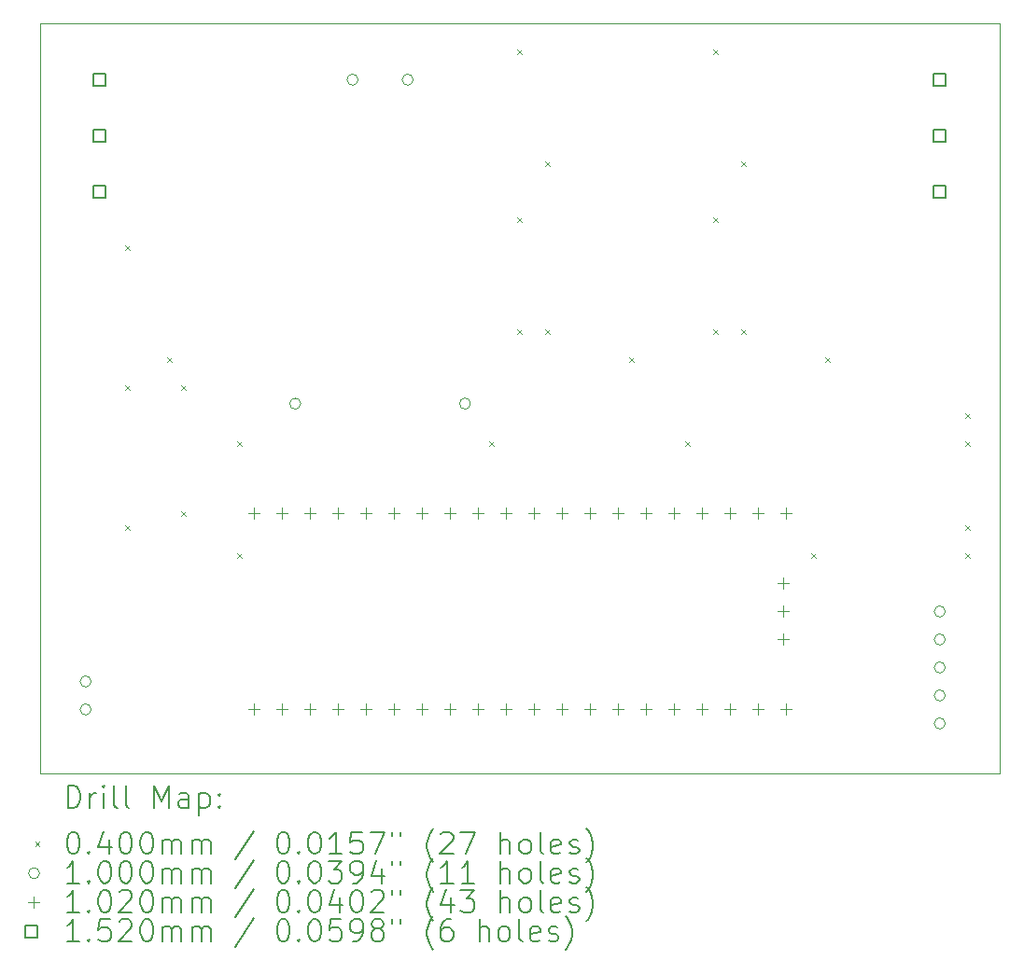
<source format=gbr>
%FSLAX45Y45*%
G04 Gerber Fmt 4.5, Leading zero omitted, Abs format (unit mm)*
G04 Created by KiCad (PCBNEW (6.0.0)) date 2022-05-18 17:52:49*
%MOMM*%
%LPD*%
G01*
G04 APERTURE LIST*
%TA.AperFunction,Profile*%
%ADD10C,0.100000*%
%TD*%
%ADD11C,0.200000*%
%ADD12C,0.040000*%
%ADD13C,0.100000*%
%ADD14C,0.102000*%
%ADD15C,0.152000*%
G04 APERTURE END LIST*
D10*
X10636000Y-5080000D02*
X19336000Y-5080000D01*
X10636000Y-11880000D02*
X10636000Y-5080000D01*
X19336000Y-11880000D02*
X19336000Y-5080000D01*
X10636000Y-11880000D02*
X19336000Y-11880000D01*
D11*
D12*
X11410000Y-7092000D02*
X11450000Y-7132000D01*
X11450000Y-7092000D02*
X11410000Y-7132000D01*
X11410000Y-8362000D02*
X11450000Y-8402000D01*
X11450000Y-8362000D02*
X11410000Y-8402000D01*
X11410000Y-9632000D02*
X11450000Y-9672000D01*
X11450000Y-9632000D02*
X11410000Y-9672000D01*
X11791000Y-8108000D02*
X11831000Y-8148000D01*
X11831000Y-8108000D02*
X11791000Y-8148000D01*
X11918000Y-8362000D02*
X11958000Y-8402000D01*
X11958000Y-8362000D02*
X11918000Y-8402000D01*
X11918000Y-9505000D02*
X11958000Y-9545000D01*
X11958000Y-9505000D02*
X11918000Y-9545000D01*
X12426000Y-8870000D02*
X12466000Y-8910000D01*
X12466000Y-8870000D02*
X12426000Y-8910000D01*
X12426000Y-9886000D02*
X12466000Y-9926000D01*
X12466000Y-9886000D02*
X12426000Y-9926000D01*
X14712000Y-8870000D02*
X14752000Y-8910000D01*
X14752000Y-8870000D02*
X14712000Y-8910000D01*
X14966000Y-5314000D02*
X15006000Y-5354000D01*
X15006000Y-5314000D02*
X14966000Y-5354000D01*
X14966000Y-6838000D02*
X15006000Y-6878000D01*
X15006000Y-6838000D02*
X14966000Y-6878000D01*
X14966000Y-7854000D02*
X15006000Y-7894000D01*
X15006000Y-7854000D02*
X14966000Y-7894000D01*
X15220000Y-6330000D02*
X15260000Y-6370000D01*
X15260000Y-6330000D02*
X15220000Y-6370000D01*
X15220000Y-7854000D02*
X15260000Y-7894000D01*
X15260000Y-7854000D02*
X15220000Y-7894000D01*
X15982000Y-8108000D02*
X16022000Y-8148000D01*
X16022000Y-8108000D02*
X15982000Y-8148000D01*
X16490000Y-8870000D02*
X16530000Y-8910000D01*
X16530000Y-8870000D02*
X16490000Y-8910000D01*
X16744000Y-5314000D02*
X16784000Y-5354000D01*
X16784000Y-5314000D02*
X16744000Y-5354000D01*
X16744000Y-6838000D02*
X16784000Y-6878000D01*
X16784000Y-6838000D02*
X16744000Y-6878000D01*
X16744000Y-7854000D02*
X16784000Y-7894000D01*
X16784000Y-7854000D02*
X16744000Y-7894000D01*
X16998000Y-6330000D02*
X17038000Y-6370000D01*
X17038000Y-6330000D02*
X16998000Y-6370000D01*
X16998000Y-7854000D02*
X17038000Y-7894000D01*
X17038000Y-7854000D02*
X16998000Y-7894000D01*
X17633000Y-9886000D02*
X17673000Y-9926000D01*
X17673000Y-9886000D02*
X17633000Y-9926000D01*
X17760000Y-8108000D02*
X17800000Y-8148000D01*
X17800000Y-8108000D02*
X17760000Y-8148000D01*
X19030000Y-8616000D02*
X19070000Y-8656000D01*
X19070000Y-8616000D02*
X19030000Y-8656000D01*
X19030000Y-8870000D02*
X19070000Y-8910000D01*
X19070000Y-8870000D02*
X19030000Y-8910000D01*
X19030000Y-9632000D02*
X19070000Y-9672000D01*
X19070000Y-9632000D02*
X19030000Y-9672000D01*
X19030000Y-9886000D02*
X19070000Y-9926000D01*
X19070000Y-9886000D02*
X19030000Y-9926000D01*
D13*
X11099000Y-11049000D02*
G75*
G03*
X11099000Y-11049000I-50000J0D01*
G01*
X11099000Y-11303000D02*
G75*
G03*
X11099000Y-11303000I-50000J0D01*
G01*
X13000000Y-8528000D02*
G75*
G03*
X13000000Y-8528000I-50000J0D01*
G01*
X13520000Y-5588000D02*
G75*
G03*
X13520000Y-5588000I-50000J0D01*
G01*
X14020000Y-5588000D02*
G75*
G03*
X14020000Y-5588000I-50000J0D01*
G01*
X14540000Y-8528000D02*
G75*
G03*
X14540000Y-8528000I-50000J0D01*
G01*
X18846000Y-10414000D02*
G75*
G03*
X18846000Y-10414000I-50000J0D01*
G01*
X18846000Y-10668000D02*
G75*
G03*
X18846000Y-10668000I-50000J0D01*
G01*
X18846000Y-10922000D02*
G75*
G03*
X18846000Y-10922000I-50000J0D01*
G01*
X18846000Y-11176000D02*
G75*
G03*
X18846000Y-11176000I-50000J0D01*
G01*
X18846000Y-11430000D02*
G75*
G03*
X18846000Y-11430000I-50000J0D01*
G01*
D14*
X12573000Y-9474000D02*
X12573000Y-9576000D01*
X12522000Y-9525000D02*
X12624000Y-9525000D01*
X12573000Y-11252000D02*
X12573000Y-11354000D01*
X12522000Y-11303000D02*
X12624000Y-11303000D01*
X12827000Y-9474000D02*
X12827000Y-9576000D01*
X12776000Y-9525000D02*
X12878000Y-9525000D01*
X12827000Y-11252000D02*
X12827000Y-11354000D01*
X12776000Y-11303000D02*
X12878000Y-11303000D01*
X13081000Y-9474000D02*
X13081000Y-9576000D01*
X13030000Y-9525000D02*
X13132000Y-9525000D01*
X13081000Y-11252000D02*
X13081000Y-11354000D01*
X13030000Y-11303000D02*
X13132000Y-11303000D01*
X13335000Y-9474000D02*
X13335000Y-9576000D01*
X13284000Y-9525000D02*
X13386000Y-9525000D01*
X13335000Y-11252000D02*
X13335000Y-11354000D01*
X13284000Y-11303000D02*
X13386000Y-11303000D01*
X13589000Y-9474000D02*
X13589000Y-9576000D01*
X13538000Y-9525000D02*
X13640000Y-9525000D01*
X13589000Y-11252000D02*
X13589000Y-11354000D01*
X13538000Y-11303000D02*
X13640000Y-11303000D01*
X13843000Y-9474000D02*
X13843000Y-9576000D01*
X13792000Y-9525000D02*
X13894000Y-9525000D01*
X13843000Y-11252000D02*
X13843000Y-11354000D01*
X13792000Y-11303000D02*
X13894000Y-11303000D01*
X14097000Y-9474000D02*
X14097000Y-9576000D01*
X14046000Y-9525000D02*
X14148000Y-9525000D01*
X14097000Y-11252000D02*
X14097000Y-11354000D01*
X14046000Y-11303000D02*
X14148000Y-11303000D01*
X14351000Y-9474000D02*
X14351000Y-9576000D01*
X14300000Y-9525000D02*
X14402000Y-9525000D01*
X14351000Y-11252000D02*
X14351000Y-11354000D01*
X14300000Y-11303000D02*
X14402000Y-11303000D01*
X14605000Y-9474000D02*
X14605000Y-9576000D01*
X14554000Y-9525000D02*
X14656000Y-9525000D01*
X14605000Y-11252000D02*
X14605000Y-11354000D01*
X14554000Y-11303000D02*
X14656000Y-11303000D01*
X14859000Y-9474000D02*
X14859000Y-9576000D01*
X14808000Y-9525000D02*
X14910000Y-9525000D01*
X14859000Y-11252000D02*
X14859000Y-11354000D01*
X14808000Y-11303000D02*
X14910000Y-11303000D01*
X15113000Y-9474000D02*
X15113000Y-9576000D01*
X15062000Y-9525000D02*
X15164000Y-9525000D01*
X15113000Y-11252000D02*
X15113000Y-11354000D01*
X15062000Y-11303000D02*
X15164000Y-11303000D01*
X15367000Y-9474000D02*
X15367000Y-9576000D01*
X15316000Y-9525000D02*
X15418000Y-9525000D01*
X15367000Y-11252000D02*
X15367000Y-11354000D01*
X15316000Y-11303000D02*
X15418000Y-11303000D01*
X15621000Y-9474000D02*
X15621000Y-9576000D01*
X15570000Y-9525000D02*
X15672000Y-9525000D01*
X15621000Y-11252000D02*
X15621000Y-11354000D01*
X15570000Y-11303000D02*
X15672000Y-11303000D01*
X15875000Y-9474000D02*
X15875000Y-9576000D01*
X15824000Y-9525000D02*
X15926000Y-9525000D01*
X15875000Y-11252000D02*
X15875000Y-11354000D01*
X15824000Y-11303000D02*
X15926000Y-11303000D01*
X16129000Y-9474000D02*
X16129000Y-9576000D01*
X16078000Y-9525000D02*
X16180000Y-9525000D01*
X16129000Y-11252000D02*
X16129000Y-11354000D01*
X16078000Y-11303000D02*
X16180000Y-11303000D01*
X16383000Y-9474000D02*
X16383000Y-9576000D01*
X16332000Y-9525000D02*
X16434000Y-9525000D01*
X16383000Y-11252000D02*
X16383000Y-11354000D01*
X16332000Y-11303000D02*
X16434000Y-11303000D01*
X16637000Y-9474000D02*
X16637000Y-9576000D01*
X16586000Y-9525000D02*
X16688000Y-9525000D01*
X16637000Y-11252000D02*
X16637000Y-11354000D01*
X16586000Y-11303000D02*
X16688000Y-11303000D01*
X16891000Y-9474000D02*
X16891000Y-9576000D01*
X16840000Y-9525000D02*
X16942000Y-9525000D01*
X16891000Y-11252000D02*
X16891000Y-11354000D01*
X16840000Y-11303000D02*
X16942000Y-11303000D01*
X17145000Y-9474000D02*
X17145000Y-9576000D01*
X17094000Y-9525000D02*
X17196000Y-9525000D01*
X17145000Y-11252000D02*
X17145000Y-11354000D01*
X17094000Y-11303000D02*
X17196000Y-11303000D01*
X17376000Y-10109000D02*
X17376000Y-10211000D01*
X17325000Y-10160000D02*
X17427000Y-10160000D01*
X17376000Y-10363000D02*
X17376000Y-10465000D01*
X17325000Y-10414000D02*
X17427000Y-10414000D01*
X17376000Y-10617000D02*
X17376000Y-10719000D01*
X17325000Y-10668000D02*
X17427000Y-10668000D01*
X17399000Y-9474000D02*
X17399000Y-9576000D01*
X17348000Y-9525000D02*
X17450000Y-9525000D01*
X17399000Y-11252000D02*
X17399000Y-11354000D01*
X17348000Y-11303000D02*
X17450000Y-11303000D01*
D15*
X11229741Y-5641741D02*
X11229741Y-5534259D01*
X11122259Y-5534259D01*
X11122259Y-5641741D01*
X11229741Y-5641741D01*
X11229741Y-6149741D02*
X11229741Y-6042259D01*
X11122259Y-6042259D01*
X11122259Y-6149741D01*
X11229741Y-6149741D01*
X11229741Y-6657741D02*
X11229741Y-6550259D01*
X11122259Y-6550259D01*
X11122259Y-6657741D01*
X11229741Y-6657741D01*
X18849741Y-5641741D02*
X18849741Y-5534259D01*
X18742259Y-5534259D01*
X18742259Y-5641741D01*
X18849741Y-5641741D01*
X18849741Y-6149741D02*
X18849741Y-6042259D01*
X18742259Y-6042259D01*
X18742259Y-6149741D01*
X18849741Y-6149741D01*
X18849741Y-6657741D02*
X18849741Y-6550259D01*
X18742259Y-6550259D01*
X18742259Y-6657741D01*
X18849741Y-6657741D01*
D11*
X10888619Y-12195476D02*
X10888619Y-11995476D01*
X10936238Y-11995476D01*
X10964810Y-12005000D01*
X10983857Y-12024048D01*
X10993381Y-12043095D01*
X11002905Y-12081190D01*
X11002905Y-12109762D01*
X10993381Y-12147857D01*
X10983857Y-12166905D01*
X10964810Y-12185952D01*
X10936238Y-12195476D01*
X10888619Y-12195476D01*
X11088619Y-12195476D02*
X11088619Y-12062143D01*
X11088619Y-12100238D02*
X11098143Y-12081190D01*
X11107667Y-12071667D01*
X11126714Y-12062143D01*
X11145762Y-12062143D01*
X11212428Y-12195476D02*
X11212428Y-12062143D01*
X11212428Y-11995476D02*
X11202905Y-12005000D01*
X11212428Y-12014524D01*
X11221952Y-12005000D01*
X11212428Y-11995476D01*
X11212428Y-12014524D01*
X11336238Y-12195476D02*
X11317190Y-12185952D01*
X11307667Y-12166905D01*
X11307667Y-11995476D01*
X11441000Y-12195476D02*
X11421952Y-12185952D01*
X11412428Y-12166905D01*
X11412428Y-11995476D01*
X11669571Y-12195476D02*
X11669571Y-11995476D01*
X11736238Y-12138333D01*
X11802905Y-11995476D01*
X11802905Y-12195476D01*
X11983857Y-12195476D02*
X11983857Y-12090714D01*
X11974333Y-12071667D01*
X11955286Y-12062143D01*
X11917190Y-12062143D01*
X11898143Y-12071667D01*
X11983857Y-12185952D02*
X11964809Y-12195476D01*
X11917190Y-12195476D01*
X11898143Y-12185952D01*
X11888619Y-12166905D01*
X11888619Y-12147857D01*
X11898143Y-12128809D01*
X11917190Y-12119286D01*
X11964809Y-12119286D01*
X11983857Y-12109762D01*
X12079095Y-12062143D02*
X12079095Y-12262143D01*
X12079095Y-12071667D02*
X12098143Y-12062143D01*
X12136238Y-12062143D01*
X12155286Y-12071667D01*
X12164809Y-12081190D01*
X12174333Y-12100238D01*
X12174333Y-12157381D01*
X12164809Y-12176428D01*
X12155286Y-12185952D01*
X12136238Y-12195476D01*
X12098143Y-12195476D01*
X12079095Y-12185952D01*
X12260048Y-12176428D02*
X12269571Y-12185952D01*
X12260048Y-12195476D01*
X12250524Y-12185952D01*
X12260048Y-12176428D01*
X12260048Y-12195476D01*
X12260048Y-12071667D02*
X12269571Y-12081190D01*
X12260048Y-12090714D01*
X12250524Y-12081190D01*
X12260048Y-12071667D01*
X12260048Y-12090714D01*
D12*
X10591000Y-12505000D02*
X10631000Y-12545000D01*
X10631000Y-12505000D02*
X10591000Y-12545000D01*
D11*
X10926714Y-12415476D02*
X10945762Y-12415476D01*
X10964810Y-12425000D01*
X10974333Y-12434524D01*
X10983857Y-12453571D01*
X10993381Y-12491667D01*
X10993381Y-12539286D01*
X10983857Y-12577381D01*
X10974333Y-12596428D01*
X10964810Y-12605952D01*
X10945762Y-12615476D01*
X10926714Y-12615476D01*
X10907667Y-12605952D01*
X10898143Y-12596428D01*
X10888619Y-12577381D01*
X10879095Y-12539286D01*
X10879095Y-12491667D01*
X10888619Y-12453571D01*
X10898143Y-12434524D01*
X10907667Y-12425000D01*
X10926714Y-12415476D01*
X11079095Y-12596428D02*
X11088619Y-12605952D01*
X11079095Y-12615476D01*
X11069571Y-12605952D01*
X11079095Y-12596428D01*
X11079095Y-12615476D01*
X11260048Y-12482143D02*
X11260048Y-12615476D01*
X11212428Y-12405952D02*
X11164810Y-12548809D01*
X11288619Y-12548809D01*
X11402905Y-12415476D02*
X11421952Y-12415476D01*
X11441000Y-12425000D01*
X11450524Y-12434524D01*
X11460048Y-12453571D01*
X11469571Y-12491667D01*
X11469571Y-12539286D01*
X11460048Y-12577381D01*
X11450524Y-12596428D01*
X11441000Y-12605952D01*
X11421952Y-12615476D01*
X11402905Y-12615476D01*
X11383857Y-12605952D01*
X11374333Y-12596428D01*
X11364809Y-12577381D01*
X11355286Y-12539286D01*
X11355286Y-12491667D01*
X11364809Y-12453571D01*
X11374333Y-12434524D01*
X11383857Y-12425000D01*
X11402905Y-12415476D01*
X11593381Y-12415476D02*
X11612428Y-12415476D01*
X11631476Y-12425000D01*
X11641000Y-12434524D01*
X11650524Y-12453571D01*
X11660048Y-12491667D01*
X11660048Y-12539286D01*
X11650524Y-12577381D01*
X11641000Y-12596428D01*
X11631476Y-12605952D01*
X11612428Y-12615476D01*
X11593381Y-12615476D01*
X11574333Y-12605952D01*
X11564809Y-12596428D01*
X11555286Y-12577381D01*
X11545762Y-12539286D01*
X11545762Y-12491667D01*
X11555286Y-12453571D01*
X11564809Y-12434524D01*
X11574333Y-12425000D01*
X11593381Y-12415476D01*
X11745762Y-12615476D02*
X11745762Y-12482143D01*
X11745762Y-12501190D02*
X11755286Y-12491667D01*
X11774333Y-12482143D01*
X11802905Y-12482143D01*
X11821952Y-12491667D01*
X11831476Y-12510714D01*
X11831476Y-12615476D01*
X11831476Y-12510714D02*
X11841000Y-12491667D01*
X11860048Y-12482143D01*
X11888619Y-12482143D01*
X11907667Y-12491667D01*
X11917190Y-12510714D01*
X11917190Y-12615476D01*
X12012428Y-12615476D02*
X12012428Y-12482143D01*
X12012428Y-12501190D02*
X12021952Y-12491667D01*
X12041000Y-12482143D01*
X12069571Y-12482143D01*
X12088619Y-12491667D01*
X12098143Y-12510714D01*
X12098143Y-12615476D01*
X12098143Y-12510714D02*
X12107667Y-12491667D01*
X12126714Y-12482143D01*
X12155286Y-12482143D01*
X12174333Y-12491667D01*
X12183857Y-12510714D01*
X12183857Y-12615476D01*
X12574333Y-12405952D02*
X12402905Y-12663095D01*
X12831476Y-12415476D02*
X12850524Y-12415476D01*
X12869571Y-12425000D01*
X12879095Y-12434524D01*
X12888619Y-12453571D01*
X12898143Y-12491667D01*
X12898143Y-12539286D01*
X12888619Y-12577381D01*
X12879095Y-12596428D01*
X12869571Y-12605952D01*
X12850524Y-12615476D01*
X12831476Y-12615476D01*
X12812428Y-12605952D01*
X12802905Y-12596428D01*
X12793381Y-12577381D01*
X12783857Y-12539286D01*
X12783857Y-12491667D01*
X12793381Y-12453571D01*
X12802905Y-12434524D01*
X12812428Y-12425000D01*
X12831476Y-12415476D01*
X12983857Y-12596428D02*
X12993381Y-12605952D01*
X12983857Y-12615476D01*
X12974333Y-12605952D01*
X12983857Y-12596428D01*
X12983857Y-12615476D01*
X13117190Y-12415476D02*
X13136238Y-12415476D01*
X13155286Y-12425000D01*
X13164809Y-12434524D01*
X13174333Y-12453571D01*
X13183857Y-12491667D01*
X13183857Y-12539286D01*
X13174333Y-12577381D01*
X13164809Y-12596428D01*
X13155286Y-12605952D01*
X13136238Y-12615476D01*
X13117190Y-12615476D01*
X13098143Y-12605952D01*
X13088619Y-12596428D01*
X13079095Y-12577381D01*
X13069571Y-12539286D01*
X13069571Y-12491667D01*
X13079095Y-12453571D01*
X13088619Y-12434524D01*
X13098143Y-12425000D01*
X13117190Y-12415476D01*
X13374333Y-12615476D02*
X13260048Y-12615476D01*
X13317190Y-12615476D02*
X13317190Y-12415476D01*
X13298143Y-12444048D01*
X13279095Y-12463095D01*
X13260048Y-12472619D01*
X13555286Y-12415476D02*
X13460048Y-12415476D01*
X13450524Y-12510714D01*
X13460048Y-12501190D01*
X13479095Y-12491667D01*
X13526714Y-12491667D01*
X13545762Y-12501190D01*
X13555286Y-12510714D01*
X13564809Y-12529762D01*
X13564809Y-12577381D01*
X13555286Y-12596428D01*
X13545762Y-12605952D01*
X13526714Y-12615476D01*
X13479095Y-12615476D01*
X13460048Y-12605952D01*
X13450524Y-12596428D01*
X13631476Y-12415476D02*
X13764809Y-12415476D01*
X13679095Y-12615476D01*
X13831476Y-12415476D02*
X13831476Y-12453571D01*
X13907667Y-12415476D02*
X13907667Y-12453571D01*
X14202905Y-12691667D02*
X14193381Y-12682143D01*
X14174333Y-12653571D01*
X14164809Y-12634524D01*
X14155286Y-12605952D01*
X14145762Y-12558333D01*
X14145762Y-12520238D01*
X14155286Y-12472619D01*
X14164809Y-12444048D01*
X14174333Y-12425000D01*
X14193381Y-12396428D01*
X14202905Y-12386905D01*
X14269571Y-12434524D02*
X14279095Y-12425000D01*
X14298143Y-12415476D01*
X14345762Y-12415476D01*
X14364809Y-12425000D01*
X14374333Y-12434524D01*
X14383857Y-12453571D01*
X14383857Y-12472619D01*
X14374333Y-12501190D01*
X14260048Y-12615476D01*
X14383857Y-12615476D01*
X14450524Y-12415476D02*
X14583857Y-12415476D01*
X14498143Y-12615476D01*
X14812428Y-12615476D02*
X14812428Y-12415476D01*
X14898143Y-12615476D02*
X14898143Y-12510714D01*
X14888619Y-12491667D01*
X14869571Y-12482143D01*
X14841000Y-12482143D01*
X14821952Y-12491667D01*
X14812428Y-12501190D01*
X15021952Y-12615476D02*
X15002905Y-12605952D01*
X14993381Y-12596428D01*
X14983857Y-12577381D01*
X14983857Y-12520238D01*
X14993381Y-12501190D01*
X15002905Y-12491667D01*
X15021952Y-12482143D01*
X15050524Y-12482143D01*
X15069571Y-12491667D01*
X15079095Y-12501190D01*
X15088619Y-12520238D01*
X15088619Y-12577381D01*
X15079095Y-12596428D01*
X15069571Y-12605952D01*
X15050524Y-12615476D01*
X15021952Y-12615476D01*
X15202905Y-12615476D02*
X15183857Y-12605952D01*
X15174333Y-12586905D01*
X15174333Y-12415476D01*
X15355286Y-12605952D02*
X15336238Y-12615476D01*
X15298143Y-12615476D01*
X15279095Y-12605952D01*
X15269571Y-12586905D01*
X15269571Y-12510714D01*
X15279095Y-12491667D01*
X15298143Y-12482143D01*
X15336238Y-12482143D01*
X15355286Y-12491667D01*
X15364809Y-12510714D01*
X15364809Y-12529762D01*
X15269571Y-12548809D01*
X15441000Y-12605952D02*
X15460048Y-12615476D01*
X15498143Y-12615476D01*
X15517190Y-12605952D01*
X15526714Y-12586905D01*
X15526714Y-12577381D01*
X15517190Y-12558333D01*
X15498143Y-12548809D01*
X15469571Y-12548809D01*
X15450524Y-12539286D01*
X15441000Y-12520238D01*
X15441000Y-12510714D01*
X15450524Y-12491667D01*
X15469571Y-12482143D01*
X15498143Y-12482143D01*
X15517190Y-12491667D01*
X15593381Y-12691667D02*
X15602905Y-12682143D01*
X15621952Y-12653571D01*
X15631476Y-12634524D01*
X15641000Y-12605952D01*
X15650524Y-12558333D01*
X15650524Y-12520238D01*
X15641000Y-12472619D01*
X15631476Y-12444048D01*
X15621952Y-12425000D01*
X15602905Y-12396428D01*
X15593381Y-12386905D01*
D13*
X10631000Y-12789000D02*
G75*
G03*
X10631000Y-12789000I-50000J0D01*
G01*
D11*
X10993381Y-12879476D02*
X10879095Y-12879476D01*
X10936238Y-12879476D02*
X10936238Y-12679476D01*
X10917190Y-12708048D01*
X10898143Y-12727095D01*
X10879095Y-12736619D01*
X11079095Y-12860428D02*
X11088619Y-12869952D01*
X11079095Y-12879476D01*
X11069571Y-12869952D01*
X11079095Y-12860428D01*
X11079095Y-12879476D01*
X11212428Y-12679476D02*
X11231476Y-12679476D01*
X11250524Y-12689000D01*
X11260048Y-12698524D01*
X11269571Y-12717571D01*
X11279095Y-12755667D01*
X11279095Y-12803286D01*
X11269571Y-12841381D01*
X11260048Y-12860428D01*
X11250524Y-12869952D01*
X11231476Y-12879476D01*
X11212428Y-12879476D01*
X11193381Y-12869952D01*
X11183857Y-12860428D01*
X11174333Y-12841381D01*
X11164810Y-12803286D01*
X11164810Y-12755667D01*
X11174333Y-12717571D01*
X11183857Y-12698524D01*
X11193381Y-12689000D01*
X11212428Y-12679476D01*
X11402905Y-12679476D02*
X11421952Y-12679476D01*
X11441000Y-12689000D01*
X11450524Y-12698524D01*
X11460048Y-12717571D01*
X11469571Y-12755667D01*
X11469571Y-12803286D01*
X11460048Y-12841381D01*
X11450524Y-12860428D01*
X11441000Y-12869952D01*
X11421952Y-12879476D01*
X11402905Y-12879476D01*
X11383857Y-12869952D01*
X11374333Y-12860428D01*
X11364809Y-12841381D01*
X11355286Y-12803286D01*
X11355286Y-12755667D01*
X11364809Y-12717571D01*
X11374333Y-12698524D01*
X11383857Y-12689000D01*
X11402905Y-12679476D01*
X11593381Y-12679476D02*
X11612428Y-12679476D01*
X11631476Y-12689000D01*
X11641000Y-12698524D01*
X11650524Y-12717571D01*
X11660048Y-12755667D01*
X11660048Y-12803286D01*
X11650524Y-12841381D01*
X11641000Y-12860428D01*
X11631476Y-12869952D01*
X11612428Y-12879476D01*
X11593381Y-12879476D01*
X11574333Y-12869952D01*
X11564809Y-12860428D01*
X11555286Y-12841381D01*
X11545762Y-12803286D01*
X11545762Y-12755667D01*
X11555286Y-12717571D01*
X11564809Y-12698524D01*
X11574333Y-12689000D01*
X11593381Y-12679476D01*
X11745762Y-12879476D02*
X11745762Y-12746143D01*
X11745762Y-12765190D02*
X11755286Y-12755667D01*
X11774333Y-12746143D01*
X11802905Y-12746143D01*
X11821952Y-12755667D01*
X11831476Y-12774714D01*
X11831476Y-12879476D01*
X11831476Y-12774714D02*
X11841000Y-12755667D01*
X11860048Y-12746143D01*
X11888619Y-12746143D01*
X11907667Y-12755667D01*
X11917190Y-12774714D01*
X11917190Y-12879476D01*
X12012428Y-12879476D02*
X12012428Y-12746143D01*
X12012428Y-12765190D02*
X12021952Y-12755667D01*
X12041000Y-12746143D01*
X12069571Y-12746143D01*
X12088619Y-12755667D01*
X12098143Y-12774714D01*
X12098143Y-12879476D01*
X12098143Y-12774714D02*
X12107667Y-12755667D01*
X12126714Y-12746143D01*
X12155286Y-12746143D01*
X12174333Y-12755667D01*
X12183857Y-12774714D01*
X12183857Y-12879476D01*
X12574333Y-12669952D02*
X12402905Y-12927095D01*
X12831476Y-12679476D02*
X12850524Y-12679476D01*
X12869571Y-12689000D01*
X12879095Y-12698524D01*
X12888619Y-12717571D01*
X12898143Y-12755667D01*
X12898143Y-12803286D01*
X12888619Y-12841381D01*
X12879095Y-12860428D01*
X12869571Y-12869952D01*
X12850524Y-12879476D01*
X12831476Y-12879476D01*
X12812428Y-12869952D01*
X12802905Y-12860428D01*
X12793381Y-12841381D01*
X12783857Y-12803286D01*
X12783857Y-12755667D01*
X12793381Y-12717571D01*
X12802905Y-12698524D01*
X12812428Y-12689000D01*
X12831476Y-12679476D01*
X12983857Y-12860428D02*
X12993381Y-12869952D01*
X12983857Y-12879476D01*
X12974333Y-12869952D01*
X12983857Y-12860428D01*
X12983857Y-12879476D01*
X13117190Y-12679476D02*
X13136238Y-12679476D01*
X13155286Y-12689000D01*
X13164809Y-12698524D01*
X13174333Y-12717571D01*
X13183857Y-12755667D01*
X13183857Y-12803286D01*
X13174333Y-12841381D01*
X13164809Y-12860428D01*
X13155286Y-12869952D01*
X13136238Y-12879476D01*
X13117190Y-12879476D01*
X13098143Y-12869952D01*
X13088619Y-12860428D01*
X13079095Y-12841381D01*
X13069571Y-12803286D01*
X13069571Y-12755667D01*
X13079095Y-12717571D01*
X13088619Y-12698524D01*
X13098143Y-12689000D01*
X13117190Y-12679476D01*
X13250524Y-12679476D02*
X13374333Y-12679476D01*
X13307667Y-12755667D01*
X13336238Y-12755667D01*
X13355286Y-12765190D01*
X13364809Y-12774714D01*
X13374333Y-12793762D01*
X13374333Y-12841381D01*
X13364809Y-12860428D01*
X13355286Y-12869952D01*
X13336238Y-12879476D01*
X13279095Y-12879476D01*
X13260048Y-12869952D01*
X13250524Y-12860428D01*
X13469571Y-12879476D02*
X13507667Y-12879476D01*
X13526714Y-12869952D01*
X13536238Y-12860428D01*
X13555286Y-12831857D01*
X13564809Y-12793762D01*
X13564809Y-12717571D01*
X13555286Y-12698524D01*
X13545762Y-12689000D01*
X13526714Y-12679476D01*
X13488619Y-12679476D01*
X13469571Y-12689000D01*
X13460048Y-12698524D01*
X13450524Y-12717571D01*
X13450524Y-12765190D01*
X13460048Y-12784238D01*
X13469571Y-12793762D01*
X13488619Y-12803286D01*
X13526714Y-12803286D01*
X13545762Y-12793762D01*
X13555286Y-12784238D01*
X13564809Y-12765190D01*
X13736238Y-12746143D02*
X13736238Y-12879476D01*
X13688619Y-12669952D02*
X13641000Y-12812809D01*
X13764809Y-12812809D01*
X13831476Y-12679476D02*
X13831476Y-12717571D01*
X13907667Y-12679476D02*
X13907667Y-12717571D01*
X14202905Y-12955667D02*
X14193381Y-12946143D01*
X14174333Y-12917571D01*
X14164809Y-12898524D01*
X14155286Y-12869952D01*
X14145762Y-12822333D01*
X14145762Y-12784238D01*
X14155286Y-12736619D01*
X14164809Y-12708048D01*
X14174333Y-12689000D01*
X14193381Y-12660428D01*
X14202905Y-12650905D01*
X14383857Y-12879476D02*
X14269571Y-12879476D01*
X14326714Y-12879476D02*
X14326714Y-12679476D01*
X14307667Y-12708048D01*
X14288619Y-12727095D01*
X14269571Y-12736619D01*
X14574333Y-12879476D02*
X14460048Y-12879476D01*
X14517190Y-12879476D02*
X14517190Y-12679476D01*
X14498143Y-12708048D01*
X14479095Y-12727095D01*
X14460048Y-12736619D01*
X14812428Y-12879476D02*
X14812428Y-12679476D01*
X14898143Y-12879476D02*
X14898143Y-12774714D01*
X14888619Y-12755667D01*
X14869571Y-12746143D01*
X14841000Y-12746143D01*
X14821952Y-12755667D01*
X14812428Y-12765190D01*
X15021952Y-12879476D02*
X15002905Y-12869952D01*
X14993381Y-12860428D01*
X14983857Y-12841381D01*
X14983857Y-12784238D01*
X14993381Y-12765190D01*
X15002905Y-12755667D01*
X15021952Y-12746143D01*
X15050524Y-12746143D01*
X15069571Y-12755667D01*
X15079095Y-12765190D01*
X15088619Y-12784238D01*
X15088619Y-12841381D01*
X15079095Y-12860428D01*
X15069571Y-12869952D01*
X15050524Y-12879476D01*
X15021952Y-12879476D01*
X15202905Y-12879476D02*
X15183857Y-12869952D01*
X15174333Y-12850905D01*
X15174333Y-12679476D01*
X15355286Y-12869952D02*
X15336238Y-12879476D01*
X15298143Y-12879476D01*
X15279095Y-12869952D01*
X15269571Y-12850905D01*
X15269571Y-12774714D01*
X15279095Y-12755667D01*
X15298143Y-12746143D01*
X15336238Y-12746143D01*
X15355286Y-12755667D01*
X15364809Y-12774714D01*
X15364809Y-12793762D01*
X15269571Y-12812809D01*
X15441000Y-12869952D02*
X15460048Y-12879476D01*
X15498143Y-12879476D01*
X15517190Y-12869952D01*
X15526714Y-12850905D01*
X15526714Y-12841381D01*
X15517190Y-12822333D01*
X15498143Y-12812809D01*
X15469571Y-12812809D01*
X15450524Y-12803286D01*
X15441000Y-12784238D01*
X15441000Y-12774714D01*
X15450524Y-12755667D01*
X15469571Y-12746143D01*
X15498143Y-12746143D01*
X15517190Y-12755667D01*
X15593381Y-12955667D02*
X15602905Y-12946143D01*
X15621952Y-12917571D01*
X15631476Y-12898524D01*
X15641000Y-12869952D01*
X15650524Y-12822333D01*
X15650524Y-12784238D01*
X15641000Y-12736619D01*
X15631476Y-12708048D01*
X15621952Y-12689000D01*
X15602905Y-12660428D01*
X15593381Y-12650905D01*
D14*
X10580000Y-13002000D02*
X10580000Y-13104000D01*
X10529000Y-13053000D02*
X10631000Y-13053000D01*
D11*
X10993381Y-13143476D02*
X10879095Y-13143476D01*
X10936238Y-13143476D02*
X10936238Y-12943476D01*
X10917190Y-12972048D01*
X10898143Y-12991095D01*
X10879095Y-13000619D01*
X11079095Y-13124428D02*
X11088619Y-13133952D01*
X11079095Y-13143476D01*
X11069571Y-13133952D01*
X11079095Y-13124428D01*
X11079095Y-13143476D01*
X11212428Y-12943476D02*
X11231476Y-12943476D01*
X11250524Y-12953000D01*
X11260048Y-12962524D01*
X11269571Y-12981571D01*
X11279095Y-13019667D01*
X11279095Y-13067286D01*
X11269571Y-13105381D01*
X11260048Y-13124428D01*
X11250524Y-13133952D01*
X11231476Y-13143476D01*
X11212428Y-13143476D01*
X11193381Y-13133952D01*
X11183857Y-13124428D01*
X11174333Y-13105381D01*
X11164810Y-13067286D01*
X11164810Y-13019667D01*
X11174333Y-12981571D01*
X11183857Y-12962524D01*
X11193381Y-12953000D01*
X11212428Y-12943476D01*
X11355286Y-12962524D02*
X11364809Y-12953000D01*
X11383857Y-12943476D01*
X11431476Y-12943476D01*
X11450524Y-12953000D01*
X11460048Y-12962524D01*
X11469571Y-12981571D01*
X11469571Y-13000619D01*
X11460048Y-13029190D01*
X11345762Y-13143476D01*
X11469571Y-13143476D01*
X11593381Y-12943476D02*
X11612428Y-12943476D01*
X11631476Y-12953000D01*
X11641000Y-12962524D01*
X11650524Y-12981571D01*
X11660048Y-13019667D01*
X11660048Y-13067286D01*
X11650524Y-13105381D01*
X11641000Y-13124428D01*
X11631476Y-13133952D01*
X11612428Y-13143476D01*
X11593381Y-13143476D01*
X11574333Y-13133952D01*
X11564809Y-13124428D01*
X11555286Y-13105381D01*
X11545762Y-13067286D01*
X11545762Y-13019667D01*
X11555286Y-12981571D01*
X11564809Y-12962524D01*
X11574333Y-12953000D01*
X11593381Y-12943476D01*
X11745762Y-13143476D02*
X11745762Y-13010143D01*
X11745762Y-13029190D02*
X11755286Y-13019667D01*
X11774333Y-13010143D01*
X11802905Y-13010143D01*
X11821952Y-13019667D01*
X11831476Y-13038714D01*
X11831476Y-13143476D01*
X11831476Y-13038714D02*
X11841000Y-13019667D01*
X11860048Y-13010143D01*
X11888619Y-13010143D01*
X11907667Y-13019667D01*
X11917190Y-13038714D01*
X11917190Y-13143476D01*
X12012428Y-13143476D02*
X12012428Y-13010143D01*
X12012428Y-13029190D02*
X12021952Y-13019667D01*
X12041000Y-13010143D01*
X12069571Y-13010143D01*
X12088619Y-13019667D01*
X12098143Y-13038714D01*
X12098143Y-13143476D01*
X12098143Y-13038714D02*
X12107667Y-13019667D01*
X12126714Y-13010143D01*
X12155286Y-13010143D01*
X12174333Y-13019667D01*
X12183857Y-13038714D01*
X12183857Y-13143476D01*
X12574333Y-12933952D02*
X12402905Y-13191095D01*
X12831476Y-12943476D02*
X12850524Y-12943476D01*
X12869571Y-12953000D01*
X12879095Y-12962524D01*
X12888619Y-12981571D01*
X12898143Y-13019667D01*
X12898143Y-13067286D01*
X12888619Y-13105381D01*
X12879095Y-13124428D01*
X12869571Y-13133952D01*
X12850524Y-13143476D01*
X12831476Y-13143476D01*
X12812428Y-13133952D01*
X12802905Y-13124428D01*
X12793381Y-13105381D01*
X12783857Y-13067286D01*
X12783857Y-13019667D01*
X12793381Y-12981571D01*
X12802905Y-12962524D01*
X12812428Y-12953000D01*
X12831476Y-12943476D01*
X12983857Y-13124428D02*
X12993381Y-13133952D01*
X12983857Y-13143476D01*
X12974333Y-13133952D01*
X12983857Y-13124428D01*
X12983857Y-13143476D01*
X13117190Y-12943476D02*
X13136238Y-12943476D01*
X13155286Y-12953000D01*
X13164809Y-12962524D01*
X13174333Y-12981571D01*
X13183857Y-13019667D01*
X13183857Y-13067286D01*
X13174333Y-13105381D01*
X13164809Y-13124428D01*
X13155286Y-13133952D01*
X13136238Y-13143476D01*
X13117190Y-13143476D01*
X13098143Y-13133952D01*
X13088619Y-13124428D01*
X13079095Y-13105381D01*
X13069571Y-13067286D01*
X13069571Y-13019667D01*
X13079095Y-12981571D01*
X13088619Y-12962524D01*
X13098143Y-12953000D01*
X13117190Y-12943476D01*
X13355286Y-13010143D02*
X13355286Y-13143476D01*
X13307667Y-12933952D02*
X13260048Y-13076809D01*
X13383857Y-13076809D01*
X13498143Y-12943476D02*
X13517190Y-12943476D01*
X13536238Y-12953000D01*
X13545762Y-12962524D01*
X13555286Y-12981571D01*
X13564809Y-13019667D01*
X13564809Y-13067286D01*
X13555286Y-13105381D01*
X13545762Y-13124428D01*
X13536238Y-13133952D01*
X13517190Y-13143476D01*
X13498143Y-13143476D01*
X13479095Y-13133952D01*
X13469571Y-13124428D01*
X13460048Y-13105381D01*
X13450524Y-13067286D01*
X13450524Y-13019667D01*
X13460048Y-12981571D01*
X13469571Y-12962524D01*
X13479095Y-12953000D01*
X13498143Y-12943476D01*
X13641000Y-12962524D02*
X13650524Y-12953000D01*
X13669571Y-12943476D01*
X13717190Y-12943476D01*
X13736238Y-12953000D01*
X13745762Y-12962524D01*
X13755286Y-12981571D01*
X13755286Y-13000619D01*
X13745762Y-13029190D01*
X13631476Y-13143476D01*
X13755286Y-13143476D01*
X13831476Y-12943476D02*
X13831476Y-12981571D01*
X13907667Y-12943476D02*
X13907667Y-12981571D01*
X14202905Y-13219667D02*
X14193381Y-13210143D01*
X14174333Y-13181571D01*
X14164809Y-13162524D01*
X14155286Y-13133952D01*
X14145762Y-13086333D01*
X14145762Y-13048238D01*
X14155286Y-13000619D01*
X14164809Y-12972048D01*
X14174333Y-12953000D01*
X14193381Y-12924428D01*
X14202905Y-12914905D01*
X14364809Y-13010143D02*
X14364809Y-13143476D01*
X14317190Y-12933952D02*
X14269571Y-13076809D01*
X14393381Y-13076809D01*
X14450524Y-12943476D02*
X14574333Y-12943476D01*
X14507667Y-13019667D01*
X14536238Y-13019667D01*
X14555286Y-13029190D01*
X14564809Y-13038714D01*
X14574333Y-13057762D01*
X14574333Y-13105381D01*
X14564809Y-13124428D01*
X14555286Y-13133952D01*
X14536238Y-13143476D01*
X14479095Y-13143476D01*
X14460048Y-13133952D01*
X14450524Y-13124428D01*
X14812428Y-13143476D02*
X14812428Y-12943476D01*
X14898143Y-13143476D02*
X14898143Y-13038714D01*
X14888619Y-13019667D01*
X14869571Y-13010143D01*
X14841000Y-13010143D01*
X14821952Y-13019667D01*
X14812428Y-13029190D01*
X15021952Y-13143476D02*
X15002905Y-13133952D01*
X14993381Y-13124428D01*
X14983857Y-13105381D01*
X14983857Y-13048238D01*
X14993381Y-13029190D01*
X15002905Y-13019667D01*
X15021952Y-13010143D01*
X15050524Y-13010143D01*
X15069571Y-13019667D01*
X15079095Y-13029190D01*
X15088619Y-13048238D01*
X15088619Y-13105381D01*
X15079095Y-13124428D01*
X15069571Y-13133952D01*
X15050524Y-13143476D01*
X15021952Y-13143476D01*
X15202905Y-13143476D02*
X15183857Y-13133952D01*
X15174333Y-13114905D01*
X15174333Y-12943476D01*
X15355286Y-13133952D02*
X15336238Y-13143476D01*
X15298143Y-13143476D01*
X15279095Y-13133952D01*
X15269571Y-13114905D01*
X15269571Y-13038714D01*
X15279095Y-13019667D01*
X15298143Y-13010143D01*
X15336238Y-13010143D01*
X15355286Y-13019667D01*
X15364809Y-13038714D01*
X15364809Y-13057762D01*
X15269571Y-13076809D01*
X15441000Y-13133952D02*
X15460048Y-13143476D01*
X15498143Y-13143476D01*
X15517190Y-13133952D01*
X15526714Y-13114905D01*
X15526714Y-13105381D01*
X15517190Y-13086333D01*
X15498143Y-13076809D01*
X15469571Y-13076809D01*
X15450524Y-13067286D01*
X15441000Y-13048238D01*
X15441000Y-13038714D01*
X15450524Y-13019667D01*
X15469571Y-13010143D01*
X15498143Y-13010143D01*
X15517190Y-13019667D01*
X15593381Y-13219667D02*
X15602905Y-13210143D01*
X15621952Y-13181571D01*
X15631476Y-13162524D01*
X15641000Y-13133952D01*
X15650524Y-13086333D01*
X15650524Y-13048238D01*
X15641000Y-13000619D01*
X15631476Y-12972048D01*
X15621952Y-12953000D01*
X15602905Y-12924428D01*
X15593381Y-12914905D01*
D15*
X10608741Y-13370741D02*
X10608741Y-13263259D01*
X10501259Y-13263259D01*
X10501259Y-13370741D01*
X10608741Y-13370741D01*
D11*
X10993381Y-13407476D02*
X10879095Y-13407476D01*
X10936238Y-13407476D02*
X10936238Y-13207476D01*
X10917190Y-13236048D01*
X10898143Y-13255095D01*
X10879095Y-13264619D01*
X11079095Y-13388428D02*
X11088619Y-13397952D01*
X11079095Y-13407476D01*
X11069571Y-13397952D01*
X11079095Y-13388428D01*
X11079095Y-13407476D01*
X11269571Y-13207476D02*
X11174333Y-13207476D01*
X11164810Y-13302714D01*
X11174333Y-13293190D01*
X11193381Y-13283667D01*
X11241000Y-13283667D01*
X11260048Y-13293190D01*
X11269571Y-13302714D01*
X11279095Y-13321762D01*
X11279095Y-13369381D01*
X11269571Y-13388428D01*
X11260048Y-13397952D01*
X11241000Y-13407476D01*
X11193381Y-13407476D01*
X11174333Y-13397952D01*
X11164810Y-13388428D01*
X11355286Y-13226524D02*
X11364809Y-13217000D01*
X11383857Y-13207476D01*
X11431476Y-13207476D01*
X11450524Y-13217000D01*
X11460048Y-13226524D01*
X11469571Y-13245571D01*
X11469571Y-13264619D01*
X11460048Y-13293190D01*
X11345762Y-13407476D01*
X11469571Y-13407476D01*
X11593381Y-13207476D02*
X11612428Y-13207476D01*
X11631476Y-13217000D01*
X11641000Y-13226524D01*
X11650524Y-13245571D01*
X11660048Y-13283667D01*
X11660048Y-13331286D01*
X11650524Y-13369381D01*
X11641000Y-13388428D01*
X11631476Y-13397952D01*
X11612428Y-13407476D01*
X11593381Y-13407476D01*
X11574333Y-13397952D01*
X11564809Y-13388428D01*
X11555286Y-13369381D01*
X11545762Y-13331286D01*
X11545762Y-13283667D01*
X11555286Y-13245571D01*
X11564809Y-13226524D01*
X11574333Y-13217000D01*
X11593381Y-13207476D01*
X11745762Y-13407476D02*
X11745762Y-13274143D01*
X11745762Y-13293190D02*
X11755286Y-13283667D01*
X11774333Y-13274143D01*
X11802905Y-13274143D01*
X11821952Y-13283667D01*
X11831476Y-13302714D01*
X11831476Y-13407476D01*
X11831476Y-13302714D02*
X11841000Y-13283667D01*
X11860048Y-13274143D01*
X11888619Y-13274143D01*
X11907667Y-13283667D01*
X11917190Y-13302714D01*
X11917190Y-13407476D01*
X12012428Y-13407476D02*
X12012428Y-13274143D01*
X12012428Y-13293190D02*
X12021952Y-13283667D01*
X12041000Y-13274143D01*
X12069571Y-13274143D01*
X12088619Y-13283667D01*
X12098143Y-13302714D01*
X12098143Y-13407476D01*
X12098143Y-13302714D02*
X12107667Y-13283667D01*
X12126714Y-13274143D01*
X12155286Y-13274143D01*
X12174333Y-13283667D01*
X12183857Y-13302714D01*
X12183857Y-13407476D01*
X12574333Y-13197952D02*
X12402905Y-13455095D01*
X12831476Y-13207476D02*
X12850524Y-13207476D01*
X12869571Y-13217000D01*
X12879095Y-13226524D01*
X12888619Y-13245571D01*
X12898143Y-13283667D01*
X12898143Y-13331286D01*
X12888619Y-13369381D01*
X12879095Y-13388428D01*
X12869571Y-13397952D01*
X12850524Y-13407476D01*
X12831476Y-13407476D01*
X12812428Y-13397952D01*
X12802905Y-13388428D01*
X12793381Y-13369381D01*
X12783857Y-13331286D01*
X12783857Y-13283667D01*
X12793381Y-13245571D01*
X12802905Y-13226524D01*
X12812428Y-13217000D01*
X12831476Y-13207476D01*
X12983857Y-13388428D02*
X12993381Y-13397952D01*
X12983857Y-13407476D01*
X12974333Y-13397952D01*
X12983857Y-13388428D01*
X12983857Y-13407476D01*
X13117190Y-13207476D02*
X13136238Y-13207476D01*
X13155286Y-13217000D01*
X13164809Y-13226524D01*
X13174333Y-13245571D01*
X13183857Y-13283667D01*
X13183857Y-13331286D01*
X13174333Y-13369381D01*
X13164809Y-13388428D01*
X13155286Y-13397952D01*
X13136238Y-13407476D01*
X13117190Y-13407476D01*
X13098143Y-13397952D01*
X13088619Y-13388428D01*
X13079095Y-13369381D01*
X13069571Y-13331286D01*
X13069571Y-13283667D01*
X13079095Y-13245571D01*
X13088619Y-13226524D01*
X13098143Y-13217000D01*
X13117190Y-13207476D01*
X13364809Y-13207476D02*
X13269571Y-13207476D01*
X13260048Y-13302714D01*
X13269571Y-13293190D01*
X13288619Y-13283667D01*
X13336238Y-13283667D01*
X13355286Y-13293190D01*
X13364809Y-13302714D01*
X13374333Y-13321762D01*
X13374333Y-13369381D01*
X13364809Y-13388428D01*
X13355286Y-13397952D01*
X13336238Y-13407476D01*
X13288619Y-13407476D01*
X13269571Y-13397952D01*
X13260048Y-13388428D01*
X13469571Y-13407476D02*
X13507667Y-13407476D01*
X13526714Y-13397952D01*
X13536238Y-13388428D01*
X13555286Y-13359857D01*
X13564809Y-13321762D01*
X13564809Y-13245571D01*
X13555286Y-13226524D01*
X13545762Y-13217000D01*
X13526714Y-13207476D01*
X13488619Y-13207476D01*
X13469571Y-13217000D01*
X13460048Y-13226524D01*
X13450524Y-13245571D01*
X13450524Y-13293190D01*
X13460048Y-13312238D01*
X13469571Y-13321762D01*
X13488619Y-13331286D01*
X13526714Y-13331286D01*
X13545762Y-13321762D01*
X13555286Y-13312238D01*
X13564809Y-13293190D01*
X13679095Y-13293190D02*
X13660048Y-13283667D01*
X13650524Y-13274143D01*
X13641000Y-13255095D01*
X13641000Y-13245571D01*
X13650524Y-13226524D01*
X13660048Y-13217000D01*
X13679095Y-13207476D01*
X13717190Y-13207476D01*
X13736238Y-13217000D01*
X13745762Y-13226524D01*
X13755286Y-13245571D01*
X13755286Y-13255095D01*
X13745762Y-13274143D01*
X13736238Y-13283667D01*
X13717190Y-13293190D01*
X13679095Y-13293190D01*
X13660048Y-13302714D01*
X13650524Y-13312238D01*
X13641000Y-13331286D01*
X13641000Y-13369381D01*
X13650524Y-13388428D01*
X13660048Y-13397952D01*
X13679095Y-13407476D01*
X13717190Y-13407476D01*
X13736238Y-13397952D01*
X13745762Y-13388428D01*
X13755286Y-13369381D01*
X13755286Y-13331286D01*
X13745762Y-13312238D01*
X13736238Y-13302714D01*
X13717190Y-13293190D01*
X13831476Y-13207476D02*
X13831476Y-13245571D01*
X13907667Y-13207476D02*
X13907667Y-13245571D01*
X14202905Y-13483667D02*
X14193381Y-13474143D01*
X14174333Y-13445571D01*
X14164809Y-13426524D01*
X14155286Y-13397952D01*
X14145762Y-13350333D01*
X14145762Y-13312238D01*
X14155286Y-13264619D01*
X14164809Y-13236048D01*
X14174333Y-13217000D01*
X14193381Y-13188428D01*
X14202905Y-13178905D01*
X14364809Y-13207476D02*
X14326714Y-13207476D01*
X14307667Y-13217000D01*
X14298143Y-13226524D01*
X14279095Y-13255095D01*
X14269571Y-13293190D01*
X14269571Y-13369381D01*
X14279095Y-13388428D01*
X14288619Y-13397952D01*
X14307667Y-13407476D01*
X14345762Y-13407476D01*
X14364809Y-13397952D01*
X14374333Y-13388428D01*
X14383857Y-13369381D01*
X14383857Y-13321762D01*
X14374333Y-13302714D01*
X14364809Y-13293190D01*
X14345762Y-13283667D01*
X14307667Y-13283667D01*
X14288619Y-13293190D01*
X14279095Y-13302714D01*
X14269571Y-13321762D01*
X14621952Y-13407476D02*
X14621952Y-13207476D01*
X14707667Y-13407476D02*
X14707667Y-13302714D01*
X14698143Y-13283667D01*
X14679095Y-13274143D01*
X14650524Y-13274143D01*
X14631476Y-13283667D01*
X14621952Y-13293190D01*
X14831476Y-13407476D02*
X14812428Y-13397952D01*
X14802905Y-13388428D01*
X14793381Y-13369381D01*
X14793381Y-13312238D01*
X14802905Y-13293190D01*
X14812428Y-13283667D01*
X14831476Y-13274143D01*
X14860048Y-13274143D01*
X14879095Y-13283667D01*
X14888619Y-13293190D01*
X14898143Y-13312238D01*
X14898143Y-13369381D01*
X14888619Y-13388428D01*
X14879095Y-13397952D01*
X14860048Y-13407476D01*
X14831476Y-13407476D01*
X15012428Y-13407476D02*
X14993381Y-13397952D01*
X14983857Y-13378905D01*
X14983857Y-13207476D01*
X15164809Y-13397952D02*
X15145762Y-13407476D01*
X15107667Y-13407476D01*
X15088619Y-13397952D01*
X15079095Y-13378905D01*
X15079095Y-13302714D01*
X15088619Y-13283667D01*
X15107667Y-13274143D01*
X15145762Y-13274143D01*
X15164809Y-13283667D01*
X15174333Y-13302714D01*
X15174333Y-13321762D01*
X15079095Y-13340809D01*
X15250524Y-13397952D02*
X15269571Y-13407476D01*
X15307667Y-13407476D01*
X15326714Y-13397952D01*
X15336238Y-13378905D01*
X15336238Y-13369381D01*
X15326714Y-13350333D01*
X15307667Y-13340809D01*
X15279095Y-13340809D01*
X15260048Y-13331286D01*
X15250524Y-13312238D01*
X15250524Y-13302714D01*
X15260048Y-13283667D01*
X15279095Y-13274143D01*
X15307667Y-13274143D01*
X15326714Y-13283667D01*
X15402905Y-13483667D02*
X15412428Y-13474143D01*
X15431476Y-13445571D01*
X15441000Y-13426524D01*
X15450524Y-13397952D01*
X15460048Y-13350333D01*
X15460048Y-13312238D01*
X15450524Y-13264619D01*
X15441000Y-13236048D01*
X15431476Y-13217000D01*
X15412428Y-13188428D01*
X15402905Y-13178905D01*
M02*

</source>
